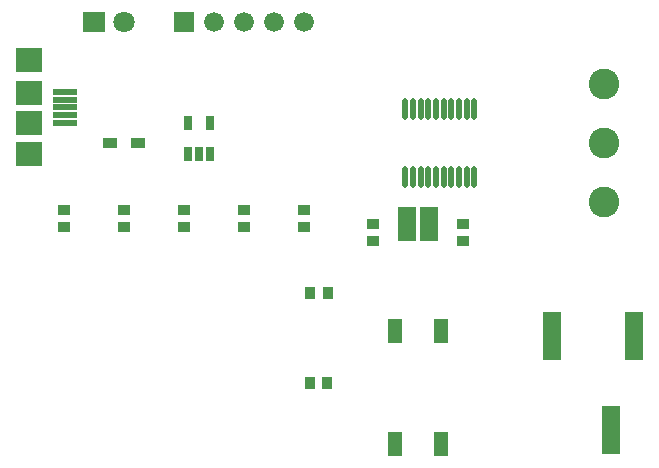
<source format=gts>
G04 Layer: TopSolderMaskLayer*
G04 EasyEDA v6.5.43, 2024-08-21 16:11:37*
G04 cb6e2e9fbd21486d88ae5690d2d3dc00,10*
G04 Gerber Generator version 0.2*
G04 Scale: 100 percent, Rotated: No, Reflected: No *
G04 Dimensions in millimeters *
G04 leading zeros omitted , absolute positions ,4 integer and 5 decimal *
%FSLAX45Y45*%
%MOMM*%

%AMMACRO1*4,1,8,-0.4712,-0.4508,-0.5009,-0.4209,-0.5009,0.4211,-0.4712,0.4508,0.4709,0.4508,0.5009,0.4211,0.5009,-0.4209,0.4709,-0.4508,-0.4712,-0.4508,0*%
%AMMACRO2*4,1,8,-0.4712,-0.4509,-0.5009,-0.4209,-0.5009,0.4211,-0.4712,0.4509,0.4709,0.4509,0.5009,0.4211,0.5009,-0.4209,0.4709,-0.4509,-0.4712,-0.4509,0*%
%AMMACRO3*4,1,8,-0.5211,-0.4257,-0.5508,-0.3957,-0.5508,0.396,-0.5211,0.4257,0.5208,0.4257,0.5508,0.396,0.5508,-0.3957,0.5208,-0.4257,-0.5211,-0.4257,0*%
%AMMACRO4*4,1,8,-0.3211,-0.6008,-0.3508,-0.5709,-0.3508,0.5711,-0.3211,0.6008,0.3208,0.6008,0.3508,0.5711,0.3508,-0.5709,0.3208,-0.6008,-0.3211,-0.6008,0*%
%AMMACRO5*4,1,8,-0.7711,-1.4008,-0.8009,-1.3708,-0.8009,1.3711,-0.7711,1.4008,0.7709,1.4008,0.8009,1.3711,0.8009,-1.3708,0.7709,-1.4008,-0.7711,-1.4008,0*%
%AMMACRO6*4,1,8,-1.0211,-0.2758,-1.0508,-0.2459,-1.0508,0.2461,-1.0211,0.2758,1.0208,0.2758,1.0508,0.2461,1.0508,-0.2459,1.0208,-0.2758,-1.0211,-0.2758,0*%
%AMMACRO7*4,1,8,-1.0711,-1.0008,-1.1008,-0.9708,-1.1008,0.971,-1.0711,1.0008,1.0709,1.0008,1.1008,0.971,1.1008,-0.9708,1.0709,-1.0008,-1.0711,-1.0008,0*%
%AMMACRO8*4,1,8,-1.071,-1.0008,-1.1007,-0.9708,-1.1007,0.971,-1.071,1.0008,1.0707,1.0008,1.1007,0.971,1.1007,-0.9708,1.0707,-1.0008,-1.071,-1.0008,0*%
%AMMACRO9*4,1,8,-0.4211,-0.5009,-0.4509,-0.4709,-0.4509,0.4712,-0.4211,0.5009,0.4209,0.5009,0.4509,0.4712,0.4509,-0.4709,0.4209,-0.5009,-0.4211,-0.5009,0*%
%AMMACRO10*4,1,8,-0.4243,-0.4829,-0.454,-0.4529,-0.454,0.4531,-0.4243,0.4829,0.4241,0.4829,0.454,0.4531,0.454,-0.4529,0.4241,-0.4829,-0.4243,-0.4829,0*%
%AMMACRO11*4,1,8,-0.8085,-0.8382,-0.8382,-0.8082,-0.8382,0.8085,-0.8085,0.8382,0.8082,0.8382,0.8382,0.8085,0.8382,-0.8082,0.8082,-0.8382,-0.8085,-0.8382,0*%
%AMMACRO12*4,1,8,-0.8711,-0.8382,-0.9008,-0.8082,-0.9008,0.8085,-0.8711,0.8382,0.8708,0.8382,0.9008,0.8085,0.9008,-0.8082,0.8708,-0.8382,-0.8711,-0.8382,0*%
%AMMACRO13*4,1,8,-0.7711,-2.0508,-0.8009,-2.0208,-0.8009,2.0211,-0.7711,2.0508,0.7709,2.0508,0.8009,2.0211,0.8009,-2.0208,0.7709,-2.0508,-0.7711,-2.0508,0*%
%AMMACRO14*4,1,8,-0.5211,-1.0508,-0.5508,-1.0208,-0.5508,1.0211,-0.5211,1.0508,0.5208,1.0508,0.5508,1.0211,0.5508,-1.0208,0.5208,-1.0508,-0.5211,-1.0508,0*%
%ADD10O,0.4656074X1.8436082*%
%ADD11MACRO1*%
%ADD12MACRO2*%
%ADD13MACRO3*%
%ADD14MACRO4*%
%ADD15MACRO5*%
%ADD16MACRO6*%
%ADD17MACRO7*%
%ADD18MACRO8*%
%ADD19MACRO9*%
%ADD20MACRO10*%
%ADD21C,1.6764*%
%ADD22MACRO11*%
%ADD23MACRO12*%
%ADD24C,1.8016*%
%ADD25MACRO13*%
%ADD26MACRO14*%
%ADD27C,2.6016*%

%LPD*%
D10*
G01*
X3399990Y2506903D03*
G01*
X3464989Y2506903D03*
G01*
X3529987Y2506903D03*
G01*
X3594986Y2506903D03*
G01*
X3660010Y2506903D03*
G01*
X3725009Y2506903D03*
G01*
X3790007Y2506903D03*
G01*
X3855006Y2506903D03*
G01*
X3920004Y2506903D03*
G01*
X3985003Y2506903D03*
G01*
X3399990Y3081096D03*
G01*
X3464989Y3081096D03*
G01*
X3529987Y3081096D03*
G01*
X3594986Y3081096D03*
G01*
X3660010Y3081096D03*
G01*
X3725009Y3081096D03*
G01*
X3790007Y3081096D03*
G01*
X3855006Y3081096D03*
G01*
X3920004Y3081096D03*
G01*
X3985003Y3081096D03*
D11*
G01*
X2540000Y2229002D03*
G01*
X2540000Y2088997D03*
G01*
X2032000Y2229002D03*
G01*
X2032000Y2088997D03*
D12*
G01*
X3124200Y2108200D03*
D11*
G01*
X3124200Y1968195D03*
D12*
G01*
X3886200Y2108200D03*
D11*
G01*
X3886200Y1968195D03*
G01*
X1016000Y2229002D03*
G01*
X1016000Y2088997D03*
G01*
X1524000Y2229002D03*
G01*
X1524000Y2088997D03*
G01*
X508000Y2229002D03*
G01*
X508000Y2088997D03*
D13*
G01*
X898740Y2794000D03*
G01*
X1133259Y2794000D03*
D14*
G01*
X1556003Y2962109D03*
G01*
X1745996Y2962109D03*
G01*
X1745996Y2702090D03*
G01*
X1651000Y2702090D03*
G01*
X1556003Y2702090D03*
D15*
G01*
X3600196Y2108200D03*
G01*
X3410203Y2108200D03*
D16*
G01*
X521817Y2968777D03*
G01*
X521817Y3033801D03*
G01*
X521817Y3098825D03*
G01*
X521817Y3163849D03*
G01*
X521817Y3228873D03*
D17*
G01*
X214807Y2698800D03*
G01*
X214807Y3498799D03*
D18*
G01*
X213271Y3219780D03*
D17*
G01*
X211302Y2967812D03*
D19*
G01*
X2737002Y762000D03*
G01*
X2596997Y762000D03*
D20*
G01*
X2591676Y1524000D03*
G01*
X2742323Y1524000D03*
D21*
G01*
X2540005Y3822700D03*
G01*
X2286005Y3822700D03*
G01*
X2032005Y3822700D03*
G01*
X1778005Y3822700D03*
D22*
G01*
X1524000Y3822700D03*
D23*
G01*
X762012Y3822700D03*
D24*
G01*
X1016005Y3822700D03*
D25*
G01*
X5339079Y1162050D03*
G01*
X4643120Y1162050D03*
G01*
X5140960Y361950D03*
D26*
G01*
X3700208Y1203909D03*
G01*
X3700208Y243890D03*
G01*
X3310191Y1203909D03*
G01*
X3310191Y243890D03*
D27*
G01*
X5084569Y2794000D03*
G01*
X5084569Y3293871D03*
G01*
X5084569Y2293873D03*
M02*

</source>
